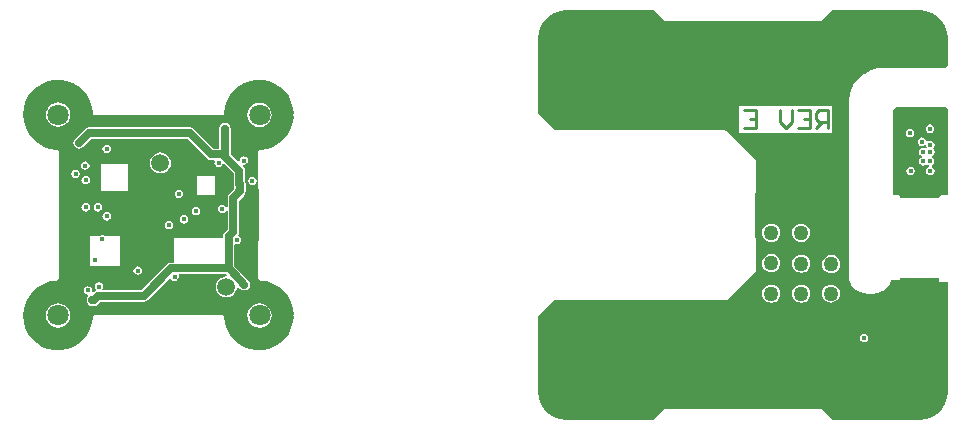
<source format=gbl>
G04 Layer_Physical_Order=4*
G04 Layer_Color=16711680*
%FSAX42Y42*%
%MOMM*%
G71*
G01*
G75*
%ADD29C,0.70*%
%ADD31C,0.25*%
%ADD32C,1.80*%
%ADD33C,4.10*%
%ADD34C,0.45*%
%ADD35C,1.50*%
%ADD37C,1.27*%
G36*
X013432Y007396D02*
Y006669D01*
X013375D01*
X013365Y006665D01*
X013361Y006655D01*
Y006643D01*
X013032D01*
Y006655D01*
X013028Y006665D01*
X013019Y006669D01*
X012965D01*
Y007371D01*
X012966Y007381D01*
X012970Y007390D01*
X012975Y007397D01*
X012988Y007407D01*
X013003Y007413D01*
X013020Y007415D01*
X013414D01*
X013432Y007396D01*
D02*
G37*
G36*
X005974Y007636D02*
X006025Y007618D01*
X006072Y007591D01*
X006112Y007556D01*
X006146Y007514D01*
X006172Y007467D01*
X006189Y007415D01*
X006196Y007360D01*
X006197Y007358D01*
X006197Y007356D01*
X006198Y007355D01*
X006198Y007354D01*
X006199Y007353D01*
X006201Y007351D01*
X006202Y007350D01*
X006202Y007349D01*
X006204Y007348D01*
X006206Y007347D01*
X006207Y007347D01*
X006208Y007346D01*
X006210Y007346D01*
X006213Y007346D01*
X007288Y007346D01*
X007290Y007346D01*
X007292Y007346D01*
X007293Y007347D01*
X007294Y007347D01*
X007296Y007348D01*
X007298Y007349D01*
X007299Y007350D01*
X007300Y007351D01*
X007301Y007353D01*
X007302Y007354D01*
X007303Y007355D01*
X007303Y007356D01*
X007304Y007358D01*
X007304Y007360D01*
X007312Y007415D01*
X007328Y007466D01*
X007354Y007513D01*
X007388Y007555D01*
X007428Y007590D01*
X007475Y007617D01*
X007525Y007635D01*
X007578Y007643D01*
X007632Y007642D01*
X007684Y007632D01*
X007734Y007612D01*
X007779Y007583D01*
X007819Y007547D01*
X007851Y007504D01*
X007875Y007456D01*
X007889Y007404D01*
X007894Y007356D01*
X007894Y007356D01*
X007894Y007355D01*
X007893Y007354D01*
X007893Y007354D01*
X007893Y007353D01*
X007893Y007353D01*
X007893Y007352D01*
X007893Y007351D01*
X007893Y007351D01*
X007893Y007350D01*
X007893Y007350D01*
X007893Y007349D01*
X007893Y007349D01*
X007893Y007348D01*
X007893Y007347D01*
X007893Y007347D01*
X007893Y007346D01*
X007893Y007346D01*
X007893Y007345D01*
X007893Y007345D01*
X007893Y007344D01*
X007894Y007343D01*
X007894Y007343D01*
X007894Y007342D01*
X007889Y007292D01*
X007873Y007238D01*
X007847Y007188D01*
X007812Y007144D01*
X007769Y007108D01*
X007720Y007080D01*
X007667Y007062D01*
X007610Y007054D01*
X007608Y007053D01*
X007606Y007053D01*
X007605Y007052D01*
X007604Y007052D01*
X007602Y007051D01*
X007600Y007049D01*
X007600Y007048D01*
X007599Y007048D01*
X007598Y007046D01*
X007597Y007044D01*
X007596Y007043D01*
X007596Y007042D01*
X007596Y007040D01*
X007595Y007037D01*
Y006736D01*
X007595Y006736D01*
X007595Y006735D01*
X007595Y006734D01*
X007594Y006734D01*
X007594Y006733D01*
X007594Y006733D01*
X007594Y006732D01*
X007594Y006732D01*
X007594Y006731D01*
X007594Y006730D01*
X007593Y006730D01*
X007594Y006729D01*
X007593Y006729D01*
X007594Y006728D01*
X007593Y006727D01*
X007594Y006727D01*
X007593Y006726D01*
X007594Y006726D01*
X007594Y006725D01*
X007594Y006725D01*
X007594Y006724D01*
X007594Y006723D01*
X007594Y006723D01*
X007594Y006722D01*
X007594Y006722D01*
X007595Y006721D01*
X007595Y006721D01*
X007595Y006720D01*
X007595Y006719D01*
X007596Y006719D01*
X007596Y006719D01*
X007596Y006718D01*
X007597Y006718D01*
X007597Y006717D01*
X007597Y006717D01*
X007598Y006716D01*
X007598Y006716D01*
X007598Y006700D01*
X007598Y006700D01*
Y006655D01*
X007598Y006654D01*
X007597Y006285D01*
X007597Y006285D01*
X007597Y006285D01*
X007597Y006285D01*
X007596Y006284D01*
X007596Y006284D01*
X007596Y006283D01*
X007596Y006283D01*
X007595Y006282D01*
X007595Y006281D01*
X007595Y006281D01*
X007594Y006280D01*
X007594Y006280D01*
X007594Y006279D01*
X007594Y006279D01*
X007594Y006278D01*
X007594Y006277D01*
X007594Y006277D01*
X007594Y006276D01*
X007594Y006276D01*
X007594Y006275D01*
X007594Y006275D01*
X007594Y006274D01*
X007594Y006273D01*
X007594Y006273D01*
X007594Y006272D01*
X007594Y006272D01*
X007594Y006271D01*
X007594Y006271D01*
X007594Y006270D01*
X007594Y006269D01*
X007594Y006269D01*
X007594Y006268D01*
X007595Y006268D01*
X007595Y006267D01*
X007595Y006267D01*
X007595Y006266D01*
Y005962D01*
X007596Y005960D01*
X007596Y005958D01*
X007596Y005957D01*
X007597Y005956D01*
X007598Y005954D01*
X007599Y005952D01*
X007600Y005951D01*
X007600Y005950D01*
X007602Y005949D01*
X007604Y005948D01*
X007605Y005947D01*
X007606Y005947D01*
X007608Y005946D01*
X007610Y005946D01*
X007667Y005938D01*
X007720Y005920D01*
X007769Y005892D01*
X007812Y005856D01*
X007847Y005812D01*
X007873Y005762D01*
X007889Y005708D01*
X007894Y005657D01*
X007894Y005657D01*
X007894Y005657D01*
X007894Y005656D01*
X007893Y005655D01*
X007893Y005655D01*
X007893Y005654D01*
X007893Y005654D01*
X007893Y005653D01*
X007893Y005652D01*
X007893Y005652D01*
X007893Y005651D01*
X007893Y005651D01*
X007893Y005650D01*
X007893Y005650D01*
X007893Y005649D01*
X007893Y005648D01*
X007893Y005647D01*
X007893Y005647D01*
X007893Y005646D01*
X007893Y005646D01*
X007894Y005646D01*
X007894Y005645D01*
X007894Y005644D01*
X007894Y005644D01*
X007889Y005595D01*
X007875Y005544D01*
X007851Y005496D01*
X007819Y005453D01*
X007779Y005417D01*
X007734Y005388D01*
X007684Y005368D01*
X007632Y005357D01*
X007578Y005356D01*
X007525Y005365D01*
X007475Y005383D01*
X007428Y005410D01*
X007388Y005445D01*
X007354Y005487D01*
X007328Y005534D01*
X007312Y005585D01*
X007304Y005639D01*
X007304Y005641D01*
X007303Y005644D01*
X007303Y005645D01*
X007302Y005646D01*
X007301Y005647D01*
X007300Y005649D01*
X007299Y005650D01*
X007298Y005651D01*
X007296Y005652D01*
X007294Y005653D01*
X007293Y005653D01*
X007292Y005653D01*
X007290Y005654D01*
X007288Y005654D01*
X006213D01*
X006210Y005654D01*
X006208Y005653D01*
X006207Y005653D01*
X006206Y005653D01*
X006204Y005652D01*
X006202Y005651D01*
X006202Y005650D01*
X006201Y005649D01*
X006199Y005647D01*
X006198Y005646D01*
X006198Y005645D01*
X006197Y005644D01*
X006197Y005641D01*
X006196Y005639D01*
X006189Y005584D01*
X006172Y005533D01*
X006146Y005486D01*
X006112Y005444D01*
X006072Y005409D01*
X006025Y005382D01*
X005974Y005364D01*
X005921Y005355D01*
X005867Y005356D01*
X005814Y005367D01*
X005764Y005387D01*
X005719Y005416D01*
X005680Y005453D01*
X005647Y005496D01*
X005624Y005544D01*
X005609Y005596D01*
X005604Y005650D01*
X005610Y005706D01*
X005626Y005760D01*
X005652Y005810D01*
X005687Y005855D01*
X005730Y005892D01*
X005779Y005920D01*
X005832Y005938D01*
X005890Y005946D01*
X005892Y005946D01*
X005894Y005947D01*
X005895Y005947D01*
X005896Y005948D01*
X005898Y005949D01*
X005899Y005950D01*
X005900Y005951D01*
X005901Y005952D01*
X005902Y005954D01*
X005903Y005956D01*
X005903Y005957D01*
X005904Y005958D01*
X005904Y005960D01*
X005904Y005962D01*
Y007037D01*
X005904Y007040D01*
X005904Y007042D01*
X005903Y007043D01*
X005903Y007044D01*
X005902Y007046D01*
X005901Y007048D01*
X005900Y007048D01*
X005899Y007049D01*
X005898Y007051D01*
X005896Y007052D01*
X005895Y007052D01*
X005894Y007053D01*
X005892Y007053D01*
X005890Y007054D01*
X005832Y007062D01*
X005779Y007080D01*
X005730Y007108D01*
X005687Y007145D01*
X005652Y007189D01*
X005626Y007240D01*
X005610Y007294D01*
X005604Y007350D01*
X005609Y007404D01*
X005624Y007455D01*
X005647Y007504D01*
X005680Y007547D01*
X005719Y007584D01*
X005764Y007613D01*
X005814Y007633D01*
X005867Y007644D01*
X005921Y007645D01*
X005974Y007636D01*
D02*
G37*
G36*
X013251Y008227D02*
X013300Y008210D01*
X013345Y008182D01*
X013382Y008145D01*
X013409Y008101D01*
X013427Y008052D01*
X013432Y007999D01*
Y007770D01*
X013411Y007749D01*
X012897D01*
X012896Y007748D01*
X012895Y007748D01*
X012839Y007743D01*
X012838Y007742D01*
X012836Y007742D01*
X012782Y007726D01*
X012781Y007725D01*
X012779Y007725D01*
X012730Y007698D01*
X012728Y007697D01*
X012727Y007696D01*
X012684Y007661D01*
X012683Y007660D01*
X012682Y007660D01*
X012675Y007652D01*
X012674Y007651D01*
X012673Y007650D01*
X012633Y007598D01*
X012632Y007596D01*
X012631Y007595D01*
X012606Y007534D01*
X012606Y007532D01*
X012605Y007530D01*
X012596Y007465D01*
X012596Y007464D01*
X012596Y007462D01*
Y005971D01*
X012596Y005970D01*
X012596Y005969D01*
X012600Y005942D01*
X012601Y005940D01*
X012601Y005938D01*
X012611Y005913D01*
X012613Y005911D01*
X012614Y005909D01*
X012630Y005888D01*
X012632Y005886D01*
X012633Y005884D01*
X012669Y005857D01*
X012671Y005856D01*
X012673Y005855D01*
X012715Y005837D01*
X012717Y005837D01*
X012719Y005836D01*
X012764Y005830D01*
X012765Y005830D01*
X012766Y005830D01*
X012789D01*
X012790Y005830D01*
X012791Y005830D01*
X012833Y005836D01*
X012835Y005837D01*
X012838Y005837D01*
X012877Y005854D01*
X012879Y005855D01*
X012881Y005856D01*
X012915Y005882D01*
X012917Y005884D01*
X012918Y005885D01*
X012942Y005916D01*
X012943Y005918D01*
X012944Y005919D01*
X012956Y005948D01*
X013019D01*
X013028Y005952D01*
X013032Y005961D01*
Y005970D01*
X013361D01*
Y005944D01*
X013365Y005935D01*
X013375Y005931D01*
X013432D01*
Y005001D01*
X013427Y004948D01*
X013409Y004899D01*
X013382Y004855D01*
X013345Y004818D01*
X013300Y004790D01*
X013251Y004773D01*
X013198Y004767D01*
X012456D01*
X012367Y004856D01*
X012362Y004860D01*
X012355Y004861D01*
X011043D01*
X011037Y004860D01*
X011032Y004856D01*
X010942Y004767D01*
X010200D01*
X010147Y004773D01*
X010098Y004790D01*
X010054Y004818D01*
X010017Y004855D01*
X009989Y004899D01*
X009972Y004948D01*
X009966Y005001D01*
Y005643D01*
X010106Y005783D01*
X011557D01*
X011564Y005784D01*
X011569Y005788D01*
X011802Y006021D01*
X011806Y006026D01*
X011807Y006032D01*
Y006300D01*
X011806Y006306D01*
X011803Y006310D01*
Y006350D01*
X011801Y006355D01*
X011800Y006685D01*
X011804Y006688D01*
X011808Y006693D01*
X011809Y006700D01*
Y006957D01*
X011808Y006963D01*
X011804Y006969D01*
X011561Y007212D01*
X011556Y007215D01*
X011549Y007217D01*
X010106D01*
X009966Y007357D01*
Y007999D01*
X009972Y008052D01*
X009989Y008101D01*
X010017Y008145D01*
X010054Y008182D01*
X010098Y008210D01*
X010147Y008227D01*
X010200Y008233D01*
X010942D01*
X011032Y008144D01*
X011037Y008140D01*
X011043Y008139D01*
X012355D01*
X012362Y008140D01*
X012367Y008144D01*
X012456Y008233D01*
X013198D01*
X013251Y008227D01*
D02*
G37*
%LPC*%
G36*
X011938Y006427D02*
X011918Y006424D01*
X011900Y006417D01*
X011884Y006404D01*
X011871Y006388D01*
X011864Y006370D01*
X011861Y006350D01*
X011864Y006330D01*
X011871Y006312D01*
X011884Y006296D01*
X011900Y006283D01*
X011918Y006276D01*
X011938Y006273D01*
X011958Y006276D01*
X011976Y006283D01*
X011992Y006296D01*
X012005Y006312D01*
X012012Y006330D01*
X012015Y006350D01*
X012012Y006370D01*
X012005Y006388D01*
X011992Y006404D01*
X011976Y006417D01*
X011958Y006424D01*
X011938Y006427D01*
D02*
G37*
G36*
X012191D02*
X012171Y006424D01*
X012153Y006417D01*
X012137Y006404D01*
X012125Y006388D01*
X012117Y006370D01*
X012114Y006350D01*
X012117Y006330D01*
X012125Y006312D01*
X012137Y006296D01*
X012153Y006283D01*
X012171Y006276D01*
X012191Y006273D01*
X012211Y006276D01*
X012230Y006283D01*
X012245Y006296D01*
X012258Y006312D01*
X012265Y006330D01*
X012268Y006350D01*
X012265Y006370D01*
X012258Y006388D01*
X012245Y006404D01*
X012230Y006417D01*
X012211Y006424D01*
X012191Y006427D01*
D02*
G37*
G36*
X011938Y006170D02*
X011918Y006168D01*
X011900Y006160D01*
X011884Y006148D01*
X011871Y006132D01*
X011864Y006113D01*
X011861Y006093D01*
X011864Y006074D01*
X011871Y006055D01*
X011884Y006039D01*
X011900Y006027D01*
X011918Y006019D01*
X011938Y006017D01*
X011958Y006019D01*
X011976Y006027D01*
X011992Y006039D01*
X012005Y006055D01*
X012012Y006074D01*
X012015Y006093D01*
X012012Y006113D01*
X012005Y006132D01*
X011992Y006148D01*
X011976Y006160D01*
X011958Y006168D01*
X011938Y006170D01*
D02*
G37*
G36*
X006275Y006331D02*
X006261Y006329D01*
X006256Y006325D01*
X006172D01*
Y006071D01*
X006426D01*
Y006325D01*
X006295D01*
X006289Y006329D01*
X006275Y006331D01*
D02*
G37*
G36*
X006312Y006526D02*
X006298Y006523D01*
X006287Y006515D01*
X006279Y006503D01*
X006276Y006490D01*
X006279Y006476D01*
X006287Y006464D01*
X006298Y006457D01*
X006312Y006454D01*
X006326Y006457D01*
X006337Y006464D01*
X006345Y006476D01*
X006348Y006490D01*
X006345Y006503D01*
X006337Y006515D01*
X006326Y006523D01*
X006312Y006526D01*
D02*
G37*
G36*
X007069Y006569D02*
X007055Y006566D01*
X007043Y006558D01*
X007036Y006547D01*
X007033Y006533D01*
X007036Y006519D01*
X007043Y006508D01*
X007055Y006500D01*
X007069Y006497D01*
X007083Y006500D01*
X007094Y006508D01*
X007102Y006519D01*
X007105Y006533D01*
X007102Y006547D01*
X007094Y006558D01*
X007083Y006566D01*
X007069Y006569D01*
D02*
G37*
G36*
X006840Y006449D02*
X006826Y006447D01*
X006815Y006439D01*
X006807Y006427D01*
X006804Y006414D01*
X006807Y006400D01*
X006815Y006388D01*
X006826Y006380D01*
X006840Y006378D01*
X006854Y006380D01*
X006866Y006388D01*
X006873Y006400D01*
X006876Y006414D01*
X006873Y006427D01*
X006866Y006439D01*
X006854Y006447D01*
X006840Y006449D01*
D02*
G37*
G36*
X006966Y006500D02*
X006953Y006497D01*
X006941Y006490D01*
X006933Y006478D01*
X006930Y006464D01*
X006933Y006450D01*
X006941Y006439D01*
X006953Y006431D01*
X006966Y006428D01*
X006980Y006431D01*
X006992Y006439D01*
X006999Y006450D01*
X007002Y006464D01*
X006999Y006478D01*
X006992Y006490D01*
X006980Y006497D01*
X006966Y006500D01*
D02*
G37*
G36*
X005900Y005754D02*
X005874Y005751D01*
X005849Y005740D01*
X005827Y005724D01*
X005811Y005702D01*
X005800Y005678D01*
X005797Y005651D01*
X005800Y005624D01*
X005811Y005599D01*
X005827Y005577D01*
X005849Y005561D01*
X005874Y005551D01*
X005900Y005547D01*
X005927Y005551D01*
X005952Y005561D01*
X005974Y005577D01*
X005990Y005599D01*
X006000Y005624D01*
X006004Y005651D01*
X006000Y005678D01*
X005990Y005702D01*
X005974Y005724D01*
X005952Y005740D01*
X005927Y005751D01*
X005900Y005754D01*
D02*
G37*
G36*
X011938Y005911D02*
X011918Y005909D01*
X011900Y005901D01*
X011884Y005889D01*
X011871Y005873D01*
X011864Y005854D01*
X011861Y005835D01*
X011864Y005815D01*
X011871Y005796D01*
X011884Y005780D01*
X011900Y005768D01*
X011918Y005760D01*
X011938Y005758D01*
X011958Y005760D01*
X011976Y005768D01*
X011992Y005780D01*
X012005Y005796D01*
X012012Y005815D01*
X012015Y005835D01*
X012012Y005854D01*
X012005Y005873D01*
X011992Y005889D01*
X011976Y005901D01*
X011958Y005909D01*
X011938Y005911D01*
D02*
G37*
G36*
X012724Y005494D02*
X012711Y005491D01*
X012699Y005484D01*
X012691Y005472D01*
X012688Y005458D01*
X012691Y005445D01*
X012699Y005433D01*
X012711Y005425D01*
X012724Y005422D01*
X012738Y005425D01*
X012750Y005433D01*
X012758Y005445D01*
X012760Y005458D01*
X012758Y005472D01*
X012750Y005484D01*
X012738Y005491D01*
X012724Y005494D01*
D02*
G37*
G36*
X007606Y005754D02*
X007579Y005750D01*
X007554Y005740D01*
X007533Y005723D01*
X007516Y005702D01*
X007506Y005677D01*
X007502Y005650D01*
X007506Y005623D01*
X007516Y005598D01*
X007533Y005577D01*
X007554Y005560D01*
X007579Y005550D01*
X007606Y005546D01*
X007633Y005550D01*
X007658Y005560D01*
X007679Y005577D01*
X007696Y005598D01*
X007706Y005623D01*
X007710Y005650D01*
X007706Y005677D01*
X007696Y005702D01*
X007679Y005723D01*
X007658Y005740D01*
X007633Y005750D01*
X007606Y005754D01*
D02*
G37*
G36*
X012192Y005911D02*
X012172Y005909D01*
X012154Y005901D01*
X012138Y005889D01*
X012125Y005873D01*
X012118Y005854D01*
X012115Y005835D01*
X012118Y005815D01*
X012125Y005796D01*
X012138Y005780D01*
X012154Y005768D01*
X012172Y005760D01*
X012192Y005758D01*
X012212Y005760D01*
X012230Y005768D01*
X012246Y005780D01*
X012259Y005796D01*
X012266Y005815D01*
X012269Y005835D01*
X012266Y005854D01*
X012259Y005873D01*
X012246Y005889D01*
X012230Y005901D01*
X012212Y005909D01*
X012192Y005911D01*
D02*
G37*
G36*
X012446Y006160D02*
X012426Y006158D01*
X012408Y006150D01*
X012392Y006138D01*
X012379Y006122D01*
X012372Y006103D01*
X012369Y006083D01*
X012372Y006063D01*
X012379Y006045D01*
X012392Y006029D01*
X012408Y006017D01*
X012426Y006009D01*
X012446Y006006D01*
X012466Y006009D01*
X012484Y006017D01*
X012500Y006029D01*
X012513Y006045D01*
X012520Y006063D01*
X012523Y006083D01*
X012520Y006103D01*
X012513Y006122D01*
X012500Y006138D01*
X012484Y006150D01*
X012466Y006158D01*
X012446Y006160D01*
D02*
G37*
G36*
X012192Y006165D02*
X012172Y006163D01*
X012154Y006155D01*
X012138Y006143D01*
X012125Y006127D01*
X012118Y006108D01*
X012115Y006088D01*
X012118Y006068D01*
X012125Y006050D01*
X012138Y006034D01*
X012154Y006022D01*
X012172Y006014D01*
X012192Y006012D01*
X012212Y006014D01*
X012230Y006022D01*
X012246Y006034D01*
X012259Y006050D01*
X012266Y006068D01*
X012269Y006088D01*
X012266Y006108D01*
X012259Y006127D01*
X012246Y006143D01*
X012230Y006155D01*
X012212Y006163D01*
X012192Y006165D01*
D02*
G37*
G36*
X012443Y005912D02*
X012424Y005910D01*
X012405Y005902D01*
X012389Y005890D01*
X012377Y005874D01*
X012369Y005855D01*
X012367Y005835D01*
X012369Y005816D01*
X012377Y005797D01*
X012389Y005781D01*
X012405Y005769D01*
X012424Y005761D01*
X012443Y005759D01*
X012463Y005761D01*
X012482Y005769D01*
X012498Y005781D01*
X012510Y005797D01*
X012518Y005816D01*
X012520Y005835D01*
X012518Y005855D01*
X012510Y005874D01*
X012498Y005890D01*
X012482Y005902D01*
X012463Y005910D01*
X012443Y005912D01*
D02*
G37*
G36*
X006574Y006066D02*
X006560Y006063D01*
X006548Y006055D01*
X006540Y006044D01*
X006538Y006030D01*
X006540Y006016D01*
X006548Y006005D01*
X006560Y005997D01*
X006574Y005994D01*
X006587Y005997D01*
X006599Y006005D01*
X006607Y006016D01*
X006609Y006030D01*
X006607Y006044D01*
X006599Y006055D01*
X006587Y006063D01*
X006574Y006066D01*
D02*
G37*
G36*
X006134Y006602D02*
X006120Y006599D01*
X006109Y006591D01*
X006101Y006580D01*
X006098Y006566D01*
X006101Y006552D01*
X006109Y006541D01*
X006120Y006533D01*
X006134Y006530D01*
X006148Y006533D01*
X006159Y006541D01*
X006167Y006552D01*
X006170Y006566D01*
X006167Y006580D01*
X006159Y006591D01*
X006148Y006599D01*
X006134Y006602D01*
D02*
G37*
G36*
X013213Y007158D02*
X013199Y007155D01*
X013188Y007148D01*
X013180Y007136D01*
X013177Y007122D01*
X013180Y007108D01*
X013188Y007097D01*
X013199Y007089D01*
X013213Y007086D01*
X013227Y007089D01*
X013237Y007095D01*
X013239Y007095D01*
X013244Y007093D01*
X013249Y007090D01*
X013251Y007080D01*
X013257Y007073D01*
X013256Y007073D01*
X013246Y007062D01*
X013246Y007062D01*
X013240Y007066D01*
X013226Y007069D01*
X013212Y007066D01*
X013200Y007059D01*
X013193Y007047D01*
X013190Y007033D01*
X013193Y007020D01*
X013200Y007008D01*
X013211Y007001D01*
X013212Y006996D01*
Y006992D01*
X013211Y006987D01*
X013200Y006980D01*
X013193Y006968D01*
X013190Y006955D01*
X013193Y006941D01*
X013200Y006929D01*
X013212Y006921D01*
X013226Y006919D01*
X013240Y006921D01*
X013245Y006925D01*
X013258Y006929D01*
X013270Y006921D01*
X013272Y006920D01*
Y006907D01*
X013271Y006907D01*
X013259Y006899D01*
X013251Y006888D01*
X013249Y006874D01*
X013251Y006860D01*
X013259Y006849D01*
X013271Y006841D01*
X013285Y006838D01*
X013298Y006841D01*
X013310Y006849D01*
X013318Y006860D01*
X013321Y006874D01*
X013318Y006888D01*
X013310Y006899D01*
X013298Y006907D01*
X013296Y006908D01*
Y006921D01*
X013297Y006921D01*
X013309Y006929D01*
X013317Y006940D01*
X013320Y006954D01*
X013317Y006968D01*
X013309Y006979D01*
X013297Y006987D01*
X013296Y006987D01*
Y007000D01*
X013298Y007001D01*
X013310Y007009D01*
X013318Y007020D01*
X013321Y007034D01*
X013318Y007048D01*
X013313Y007055D01*
X013311Y007064D01*
X013313Y007073D01*
X013318Y007080D01*
X013321Y007094D01*
X013318Y007108D01*
X013310Y007120D01*
X013298Y007127D01*
X013285Y007130D01*
X013271Y007127D01*
X013261Y007121D01*
X013259Y007121D01*
X013254Y007123D01*
X013248Y007126D01*
X013246Y007136D01*
X013238Y007148D01*
X013227Y007155D01*
X013213Y007158D01*
D02*
G37*
G36*
X007312Y007281D02*
X007293Y007277D01*
X007277Y007267D01*
X007267Y007251D01*
X007263Y007232D01*
Y007063D01*
X007213D01*
X007047Y007228D01*
X007032Y007239D01*
X007013Y007243D01*
X007013Y007243D01*
X006162D01*
X006162Y007243D01*
X006144Y007239D01*
X006128Y007228D01*
X006128Y007228D01*
X006043Y007143D01*
X006032Y007127D01*
X006028Y007109D01*
X006032Y007090D01*
X006043Y007074D01*
X006058Y007064D01*
X006077Y007060D01*
X006096Y007064D01*
X006111Y007074D01*
X006182Y007145D01*
X006993D01*
X007158Y006980D01*
X007158Y006980D01*
X007174Y006970D01*
X007192Y006966D01*
X007192Y006966D01*
X007217D01*
X007225Y006953D01*
X007223Y006944D01*
X007226Y006931D01*
X007234Y006919D01*
X007246Y006911D01*
X007259Y006908D01*
X007273Y006911D01*
X007285Y006919D01*
X007291Y006929D01*
X007304Y006934D01*
X007387Y006852D01*
Y006765D01*
X007387Y006765D01*
X007390Y006747D01*
Y006718D01*
X007390Y006717D01*
X007350Y006677D01*
X007339Y006662D01*
X007336Y006643D01*
X007336Y006643D01*
Y006571D01*
X007332Y006569D01*
X007323Y006568D01*
X007317Y006578D01*
X007305Y006586D01*
X007291Y006589D01*
X007277Y006586D01*
X007266Y006578D01*
X007258Y006566D01*
X007255Y006553D01*
X007258Y006539D01*
X007266Y006527D01*
X007277Y006520D01*
X007291Y006517D01*
X007305Y006520D01*
X007317Y006527D01*
X007323Y006537D01*
X007332Y006536D01*
X007336Y006535D01*
Y006380D01*
X007310Y006355D01*
X007299Y006339D01*
X007296Y006320D01*
X007296Y006320D01*
Y006304D01*
X006883D01*
Y006096D01*
X006857D01*
X006857Y006096D01*
X006839Y006092D01*
X006823Y006082D01*
X006823Y006082D01*
X006605Y005864D01*
X006282D01*
X006275Y005876D01*
X006279Y005882D01*
X006282Y005895D01*
X006279Y005909D01*
X006271Y005921D01*
X006260Y005928D01*
X006246Y005931D01*
X006232Y005928D01*
X006220Y005921D01*
X006213Y005909D01*
X006210Y005895D01*
X006213Y005882D01*
X006218Y005873D01*
X006218Y005868D01*
X006217Y005861D01*
X006215Y005858D01*
X006202Y005849D01*
X006198Y005849D01*
X006187Y005860D01*
X006188Y005862D01*
X006185Y005876D01*
X006177Y005888D01*
X006166Y005895D01*
X006152Y005898D01*
X006138Y005895D01*
X006127Y005888D01*
X006119Y005876D01*
X006116Y005862D01*
X006119Y005849D01*
X006127Y005837D01*
X006138Y005829D01*
X006152Y005826D01*
X006156Y005827D01*
X006161Y005815D01*
X006157Y005813D01*
X006146Y005797D01*
X006143Y005778D01*
X006146Y005760D01*
X006157Y005744D01*
X006173Y005733D01*
X006191Y005730D01*
X006200D01*
X006200Y005730D01*
X006218Y005733D01*
X006234Y005744D01*
X006256Y005766D01*
X006625D01*
X006625Y005766D01*
X006643Y005770D01*
X006659Y005781D01*
X006841Y005962D01*
X006855Y005959D01*
X006861Y005951D01*
X006872Y005943D01*
X006886Y005941D01*
X006900Y005943D01*
X006911Y005951D01*
X006919Y005963D01*
X006922Y005977D01*
X006920Y005986D01*
X006927Y005999D01*
X007320D01*
X007325Y005995D01*
X007326Y005993D01*
X007319Y005981D01*
X007303Y005978D01*
X007281Y005970D01*
X007263Y005956D01*
X007249Y005937D01*
X007240Y005916D01*
X007237Y005893D01*
X007240Y005870D01*
X007249Y005849D01*
X007263Y005830D01*
X007281Y005816D01*
X007303Y005808D01*
X007325Y005805D01*
X007348Y005808D01*
X007370Y005816D01*
X007388Y005830D01*
X007402Y005849D01*
X007411Y005870D01*
X007413Y005889D01*
X007422Y005894D01*
X007426Y005894D01*
X007443Y005878D01*
X007459Y005867D01*
X007477Y005864D01*
X007496Y005867D01*
X007512Y005878D01*
X007522Y005894D01*
X007526Y005912D01*
X007522Y005931D01*
X007512Y005947D01*
X007487Y005971D01*
X007482Y005978D01*
X007482Y005978D01*
X007393Y006068D01*
Y006249D01*
X007406Y006257D01*
X007415Y006255D01*
X007428Y006258D01*
X007440Y006266D01*
X007448Y006277D01*
X007450Y006291D01*
X007448Y006305D01*
X007440Y006317D01*
X007428Y006324D01*
X007424Y006334D01*
X007429Y006342D01*
X007433Y006360D01*
X007433Y006360D01*
Y006623D01*
X007470Y006659D01*
X007480Y006675D01*
X007481Y006681D01*
X007484Y006685D01*
X007487Y006703D01*
X007487Y006703D01*
Y006762D01*
X007487Y006762D01*
X007484Y006779D01*
Y006872D01*
X007484Y006872D01*
X007480Y006891D01*
X007470Y006906D01*
X007470Y006906D01*
X007460Y006916D01*
X007466Y006928D01*
X007473Y006926D01*
X007486Y006929D01*
X007498Y006937D01*
X007506Y006948D01*
X007509Y006962D01*
X007506Y006976D01*
X007498Y006988D01*
X007486Y006995D01*
X007473Y006998D01*
X007459Y006995D01*
X007447Y006988D01*
X007440Y006976D01*
X007437Y006962D01*
X007438Y006956D01*
X007426Y006950D01*
X007360Y007015D01*
Y007232D01*
X007357Y007251D01*
X007346Y007267D01*
X007330Y007277D01*
X007312Y007281D01*
D02*
G37*
G36*
X006132Y006955D02*
X006118Y006952D01*
X006106Y006944D01*
X006098Y006933D01*
X006096Y006919D01*
X006098Y006905D01*
X006106Y006894D01*
X006118Y006886D01*
X006132Y006883D01*
X006145Y006886D01*
X006157Y006894D01*
X006165Y006905D01*
X006167Y006919D01*
X006165Y006933D01*
X006157Y006944D01*
X006145Y006952D01*
X006132Y006955D01*
D02*
G37*
G36*
X006312Y007097D02*
X006298Y007094D01*
X006287Y007087D01*
X006279Y007075D01*
X006276Y007061D01*
X006279Y007047D01*
X006287Y007036D01*
X006298Y007028D01*
X006312Y007025D01*
X006326Y007028D01*
X006337Y007036D01*
X006345Y007047D01*
X006348Y007061D01*
X006345Y007075D01*
X006337Y007087D01*
X006326Y007094D01*
X006312Y007097D01*
D02*
G37*
G36*
X013114Y007229D02*
X013100Y007226D01*
X013089Y007219D01*
X013081Y007207D01*
X013078Y007193D01*
X013081Y007180D01*
X013089Y007168D01*
X013100Y007160D01*
X013114Y007157D01*
X013128Y007160D01*
X013139Y007168D01*
X013147Y007180D01*
X013150Y007193D01*
X013147Y007207D01*
X013139Y007219D01*
X013128Y007226D01*
X013114Y007229D01*
D02*
G37*
G36*
X007606Y007453D02*
X007579Y007449D01*
X007554Y007439D01*
X007533Y007422D01*
X007516Y007401D01*
X007506Y007376D01*
X007502Y007349D01*
X007506Y007322D01*
X007516Y007297D01*
X007533Y007276D01*
X007554Y007260D01*
X007579Y007249D01*
X007606Y007246D01*
X007633Y007249D01*
X007658Y007260D01*
X007679Y007276D01*
X007696Y007297D01*
X007706Y007322D01*
X007710Y007349D01*
X007706Y007376D01*
X007696Y007401D01*
X007679Y007422D01*
X007658Y007439D01*
X007633Y007449D01*
X007606Y007453D01*
D02*
G37*
G36*
X005900Y007454D02*
X005874Y007450D01*
X005849Y007440D01*
X005827Y007423D01*
X005811Y007402D01*
X005800Y007377D01*
X005797Y007350D01*
X005800Y007323D01*
X005811Y007298D01*
X005827Y007277D01*
X005849Y007260D01*
X005874Y007250D01*
X005900Y007246D01*
X005927Y007250D01*
X005952Y007260D01*
X005974Y007277D01*
X005990Y007298D01*
X006000Y007323D01*
X006004Y007350D01*
X006000Y007377D01*
X005990Y007402D01*
X005974Y007423D01*
X005952Y007440D01*
X005927Y007450D01*
X005900Y007454D01*
D02*
G37*
G36*
X013282Y007267D02*
X013268Y007265D01*
X013256Y007257D01*
X013249Y007245D01*
X013246Y007231D01*
X013249Y007218D01*
X013256Y007206D01*
X013268Y007198D01*
X013282Y007195D01*
X013295Y007198D01*
X013307Y007206D01*
X013315Y007218D01*
X013318Y007231D01*
X013315Y007245D01*
X013307Y007257D01*
X013295Y007265D01*
X013282Y007267D01*
D02*
G37*
G36*
X012454Y007424D02*
X011666D01*
Y007196D01*
X012454D01*
Y007424D01*
D02*
G37*
G36*
X007226Y006833D02*
X007074D01*
Y006668D01*
X007226D01*
Y006833D01*
D02*
G37*
G36*
X006490Y006934D02*
X006261D01*
Y006706D01*
X006490D01*
Y006934D01*
D02*
G37*
G36*
X006236Y006602D02*
X006222Y006599D01*
X006210Y006591D01*
X006203Y006580D01*
X006200Y006566D01*
X006203Y006552D01*
X006210Y006541D01*
X006222Y006533D01*
X006236Y006530D01*
X006249Y006533D01*
X006261Y006541D01*
X006269Y006552D01*
X006272Y006566D01*
X006269Y006580D01*
X006261Y006591D01*
X006249Y006599D01*
X006236Y006602D01*
D02*
G37*
G36*
X006921Y006716D02*
X006908Y006713D01*
X006896Y006706D01*
X006888Y006694D01*
X006886Y006680D01*
X006888Y006666D01*
X006896Y006655D01*
X006908Y006647D01*
X006921Y006644D01*
X006935Y006647D01*
X006947Y006655D01*
X006955Y006666D01*
X006957Y006680D01*
X006955Y006694D01*
X006947Y006706D01*
X006935Y006713D01*
X006921Y006716D01*
D02*
G37*
G36*
X007546Y006824D02*
X007532Y006821D01*
X007520Y006813D01*
X007513Y006802D01*
X007510Y006788D01*
X007513Y006774D01*
X007520Y006762D01*
X007532Y006755D01*
X007546Y006752D01*
X007559Y006755D01*
X007571Y006762D01*
X007579Y006774D01*
X007582Y006788D01*
X007579Y006802D01*
X007571Y006813D01*
X007559Y006821D01*
X007546Y006824D01*
D02*
G37*
G36*
X013118Y006910D02*
X013105Y006907D01*
X013093Y006899D01*
X013085Y006888D01*
X013082Y006874D01*
X013085Y006860D01*
X013093Y006849D01*
X013105Y006841D01*
X013118Y006838D01*
X013132Y006841D01*
X013144Y006849D01*
X013151Y006860D01*
X013154Y006874D01*
X013151Y006888D01*
X013144Y006899D01*
X013132Y006907D01*
X013118Y006910D01*
D02*
G37*
G36*
X006767Y007030D02*
X006744Y007027D01*
X006722Y007018D01*
X006704Y007004D01*
X006690Y006986D01*
X006681Y006965D01*
X006678Y006942D01*
X006681Y006919D01*
X006690Y006898D01*
X006704Y006879D01*
X006722Y006865D01*
X006744Y006856D01*
X006767Y006853D01*
X006789Y006856D01*
X006811Y006865D01*
X006829Y006879D01*
X006843Y006898D01*
X006852Y006919D01*
X006855Y006942D01*
X006852Y006965D01*
X006843Y006986D01*
X006829Y007004D01*
X006811Y007018D01*
X006789Y007027D01*
X006767Y007030D01*
D02*
G37*
G36*
X006134Y006830D02*
X006120Y006828D01*
X006109Y006820D01*
X006101Y006808D01*
X006098Y006794D01*
X006101Y006781D01*
X006109Y006769D01*
X006120Y006761D01*
X006134Y006759D01*
X006148Y006761D01*
X006159Y006769D01*
X006167Y006781D01*
X006170Y006794D01*
X006167Y006808D01*
X006159Y006820D01*
X006148Y006828D01*
X006134Y006830D01*
D02*
G37*
G36*
X006048Y006884D02*
X006034Y006881D01*
X006022Y006873D01*
X006015Y006862D01*
X006012Y006848D01*
X006015Y006834D01*
X006022Y006822D01*
X006034Y006815D01*
X006048Y006812D01*
X006061Y006815D01*
X006073Y006822D01*
X006081Y006834D01*
X006084Y006848D01*
X006081Y006862D01*
X006073Y006873D01*
X006061Y006881D01*
X006048Y006884D01*
D02*
G37*
%LPD*%
D29*
X007435Y006765D02*
X007439Y006762D01*
Y006703D02*
Y006762D01*
X007435Y006700D02*
X007439Y006703D01*
X007435Y006765D02*
Y006872D01*
Y006694D02*
Y006700D01*
X007312Y006995D02*
X007435Y006872D01*
X006191Y005778D02*
X006200D01*
X006236Y005815D01*
X006625D01*
X006857Y006048D01*
X007344D01*
X007448Y005942D02*
X007477Y005912D01*
X007448Y005942D02*
Y005944D01*
X007344Y006048D02*
X007448Y005944D01*
X007344Y006048D02*
Y006320D01*
X007384Y006360D01*
Y006643D01*
X007435Y006694D01*
X006077Y007109D02*
X006162Y007194D01*
X007013D01*
X007192Y007015D01*
X007293D01*
X007312Y006995D01*
Y007232D01*
D31*
X012416Y007234D02*
Y007386D01*
X012339D01*
X012314Y007361D01*
Y007310D01*
X012339Y007285D01*
X012416D01*
X012365D02*
X012314Y007234D01*
X012162Y007386D02*
X012263D01*
Y007234D01*
X012162D01*
X012263Y007310D02*
X012212D01*
X012111Y007386D02*
Y007285D01*
X012060Y007234D01*
X012009Y007285D01*
Y007386D01*
X011705D02*
X011806D01*
Y007234D01*
X011705D01*
X011806Y007310D02*
X011755D01*
D32*
X005900Y007350D02*
D03*
X007606Y007349D02*
D03*
Y005650D02*
D03*
X005900Y005651D02*
D03*
D33*
X013200Y008000D02*
D03*
X010200Y005000D02*
D03*
Y008000D02*
D03*
X013200Y005000D02*
D03*
D34*
X006216Y006118D02*
D03*
X006275Y006295D02*
D03*
X007546Y006788D02*
D03*
X007347Y006808D02*
D03*
X006191Y005778D02*
D03*
X007477Y005912D02*
D03*
X006077Y007109D02*
D03*
X007312Y007232D02*
D03*
X007435Y006694D02*
D03*
X007368Y006732D02*
D03*
X005950Y005900D02*
D03*
Y006000D02*
D03*
Y006100D02*
D03*
Y006200D02*
D03*
Y006300D02*
D03*
Y006400D02*
D03*
Y006500D02*
D03*
Y006600D02*
D03*
Y006700D02*
D03*
Y006800D02*
D03*
Y006900D02*
D03*
Y007000D02*
D03*
Y007100D02*
D03*
Y007200D02*
D03*
X006050Y007300D02*
D03*
X006150D02*
D03*
X006250D02*
D03*
X006350D02*
D03*
X006450D02*
D03*
X006550D02*
D03*
X006650D02*
D03*
X006750D02*
D03*
X006850D02*
D03*
X006950D02*
D03*
X007050D02*
D03*
X007150D02*
D03*
X007250D02*
D03*
X007350D02*
D03*
X007450D02*
D03*
X007550Y007200D02*
D03*
Y007100D02*
D03*
Y007000D02*
D03*
Y006900D02*
D03*
X007291Y006553D02*
D03*
X007415Y006291D02*
D03*
X006050Y005700D02*
D03*
X006840Y006414D02*
D03*
X013395Y007381D02*
D03*
X013295D02*
D03*
X013199D02*
D03*
X013100D02*
D03*
X013005D02*
D03*
X012309Y005613D02*
D03*
X012248Y005478D02*
D03*
X012497Y005466D02*
D03*
X012724Y005458D02*
D03*
X013118Y006874D02*
D03*
X013285D02*
D03*
X013213Y007122D02*
D03*
X013226Y007033D02*
D03*
Y006955D02*
D03*
X013284Y006954D02*
D03*
X013285Y007034D02*
D03*
X013114Y007193D02*
D03*
X013285Y007094D02*
D03*
X012890Y005801D02*
D03*
X006952Y006604D02*
D03*
X006921Y006680D02*
D03*
X006966Y006464D02*
D03*
X007473Y006962D02*
D03*
X006706Y007079D02*
D03*
X007069Y006533D02*
D03*
X006048Y006848D02*
D03*
X006134Y006794D02*
D03*
X006312Y006490D02*
D03*
X006134Y006566D02*
D03*
X006312Y007061D02*
D03*
X006550Y005700D02*
D03*
X006750D02*
D03*
X013250Y005500D02*
D03*
X006132Y006919D02*
D03*
X006782Y006617D02*
D03*
X006604Y006327D02*
D03*
X006236Y006566D02*
D03*
X006152Y005862D02*
D03*
X006652Y006218D02*
D03*
X006886Y005977D02*
D03*
X006574Y006030D02*
D03*
X006713Y005773D02*
D03*
X006472Y005885D02*
D03*
X006246Y005895D02*
D03*
X007259Y006944D02*
D03*
X006124Y007031D02*
D03*
X007100Y006964D02*
D03*
X010250Y007500D02*
D03*
X010500D02*
D03*
X012000Y005250D02*
D03*
X012250D02*
D03*
X011500D02*
D03*
X011250D02*
D03*
X011750D02*
D03*
X011000D02*
D03*
X010750D02*
D03*
X010500D02*
D03*
X012250Y005000D02*
D03*
X012000D02*
D03*
X011750D02*
D03*
X012500D02*
D03*
X011250D02*
D03*
X011500D02*
D03*
X010750D02*
D03*
X010500D02*
D03*
X011000D02*
D03*
X012750D02*
D03*
X013000Y005250D02*
D03*
X012750D02*
D03*
X012500D02*
D03*
X012000Y005500D02*
D03*
X011500D02*
D03*
X011250D02*
D03*
X010750D02*
D03*
X011000D02*
D03*
X011750D02*
D03*
X010500D02*
D03*
X010250D02*
D03*
X010750Y007500D02*
D03*
X011000D02*
D03*
X011250D02*
D03*
X011500D02*
D03*
X011750D02*
D03*
X012000D02*
D03*
X012250D02*
D03*
X012500D02*
D03*
X012750Y007750D02*
D03*
X012500D02*
D03*
X012250D02*
D03*
X012000D02*
D03*
X011750D02*
D03*
X011500D02*
D03*
X011250D02*
D03*
X011000D02*
D03*
X010750D02*
D03*
X010500D02*
D03*
X012750Y008000D02*
D03*
X012500D02*
D03*
X012250D02*
D03*
X012000D02*
D03*
X011750D02*
D03*
X011500D02*
D03*
X011250D02*
D03*
X011000D02*
D03*
X010750D02*
D03*
X010500D02*
D03*
X006642Y006909D02*
D03*
Y006756D02*
D03*
X013282Y007231D02*
D03*
X007074Y005911D02*
D03*
X006650Y005700D02*
D03*
X006450D02*
D03*
X006350D02*
D03*
X006250D02*
D03*
X006150D02*
D03*
X005950Y005800D02*
D03*
X007550Y006100D02*
D03*
Y006000D02*
D03*
Y005900D02*
D03*
Y005800D02*
D03*
X007450Y005700D02*
D03*
X007350D02*
D03*
X007250D02*
D03*
X007150D02*
D03*
X007050D02*
D03*
X006950D02*
D03*
X006850D02*
D03*
D35*
X007325Y005893D02*
D03*
X006767Y006942D02*
D03*
D37*
X012446Y006083D02*
D03*
X012192Y005835D02*
D03*
X012443Y005835D02*
D03*
X012191Y006350D02*
D03*
X012443Y006600D02*
D03*
X012192Y006088D02*
D03*
X011938Y006093D02*
D03*
Y005835D02*
D03*
Y006350D02*
D03*
M02*

</source>
